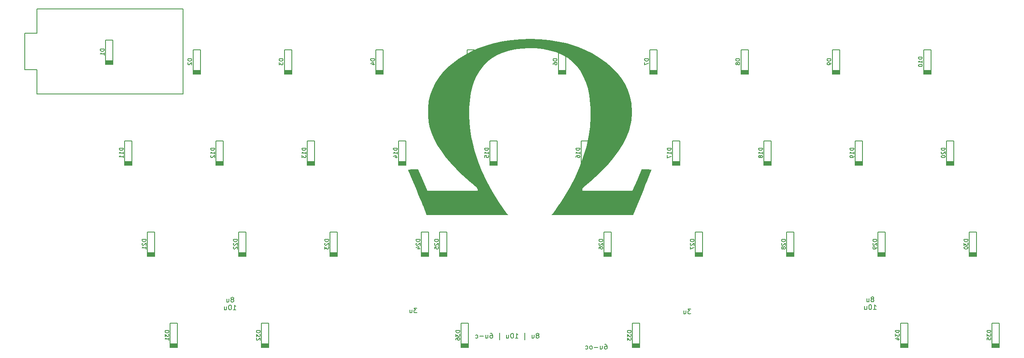
<source format=gbr>
G04 #@! TF.GenerationSoftware,KiCad,Pcbnew,(6.0.1-0)*
G04 #@! TF.CreationDate,2022-08-08T23:03:23-07:00*
G04 #@! TF.ProjectId,omega_4_solder,6f6d6567-615f-4345-9f73-6f6c6465722e,rev?*
G04 #@! TF.SameCoordinates,Original*
G04 #@! TF.FileFunction,Legend,Bot*
G04 #@! TF.FilePolarity,Positive*
%FSLAX46Y46*%
G04 Gerber Fmt 4.6, Leading zero omitted, Abs format (unit mm)*
G04 Created by KiCad (PCBNEW (6.0.1-0)) date 2022-08-08 23:03:23*
%MOMM*%
%LPD*%
G01*
G04 APERTURE LIST*
%ADD10C,0.150000*%
G04 APERTURE END LIST*
D10*
X225527619Y-117325952D02*
X225622857Y-117278333D01*
X225670476Y-117230714D01*
X225718095Y-117135476D01*
X225718095Y-117087857D01*
X225670476Y-116992619D01*
X225622857Y-116945000D01*
X225527619Y-116897380D01*
X225337142Y-116897380D01*
X225241904Y-116945000D01*
X225194285Y-116992619D01*
X225146666Y-117087857D01*
X225146666Y-117135476D01*
X225194285Y-117230714D01*
X225241904Y-117278333D01*
X225337142Y-117325952D01*
X225527619Y-117325952D01*
X225622857Y-117373571D01*
X225670476Y-117421190D01*
X225718095Y-117516428D01*
X225718095Y-117706904D01*
X225670476Y-117802142D01*
X225622857Y-117849761D01*
X225527619Y-117897380D01*
X225337142Y-117897380D01*
X225241904Y-117849761D01*
X225194285Y-117802142D01*
X225146666Y-117706904D01*
X225146666Y-117516428D01*
X225194285Y-117421190D01*
X225241904Y-117373571D01*
X225337142Y-117325952D01*
X224289523Y-117230714D02*
X224289523Y-117897380D01*
X224718095Y-117230714D02*
X224718095Y-117754523D01*
X224670476Y-117849761D01*
X224575238Y-117897380D01*
X224432380Y-117897380D01*
X224337142Y-117849761D01*
X224289523Y-117802142D01*
X225622857Y-119507380D02*
X226194285Y-119507380D01*
X225908571Y-119507380D02*
X225908571Y-118507380D01*
X226003809Y-118650238D01*
X226099047Y-118745476D01*
X226194285Y-118793095D01*
X225003809Y-118507380D02*
X224908571Y-118507380D01*
X224813333Y-118555000D01*
X224765714Y-118602619D01*
X224718095Y-118697857D01*
X224670476Y-118888333D01*
X224670476Y-119126428D01*
X224718095Y-119316904D01*
X224765714Y-119412142D01*
X224813333Y-119459761D01*
X224908571Y-119507380D01*
X225003809Y-119507380D01*
X225099047Y-119459761D01*
X225146666Y-119412142D01*
X225194285Y-119316904D01*
X225241904Y-119126428D01*
X225241904Y-118888333D01*
X225194285Y-118697857D01*
X225146666Y-118602619D01*
X225099047Y-118555000D01*
X225003809Y-118507380D01*
X223813333Y-118840714D02*
X223813333Y-119507380D01*
X224241904Y-118840714D02*
X224241904Y-119364523D01*
X224194285Y-119459761D01*
X224099047Y-119507380D01*
X223956190Y-119507380D01*
X223860952Y-119459761D01*
X223813333Y-119412142D01*
X155644761Y-124920952D02*
X155740000Y-124873333D01*
X155787619Y-124825714D01*
X155835238Y-124730476D01*
X155835238Y-124682857D01*
X155787619Y-124587619D01*
X155740000Y-124540000D01*
X155644761Y-124492380D01*
X155454285Y-124492380D01*
X155359047Y-124540000D01*
X155311428Y-124587619D01*
X155263809Y-124682857D01*
X155263809Y-124730476D01*
X155311428Y-124825714D01*
X155359047Y-124873333D01*
X155454285Y-124920952D01*
X155644761Y-124920952D01*
X155740000Y-124968571D01*
X155787619Y-125016190D01*
X155835238Y-125111428D01*
X155835238Y-125301904D01*
X155787619Y-125397142D01*
X155740000Y-125444761D01*
X155644761Y-125492380D01*
X155454285Y-125492380D01*
X155359047Y-125444761D01*
X155311428Y-125397142D01*
X155263809Y-125301904D01*
X155263809Y-125111428D01*
X155311428Y-125016190D01*
X155359047Y-124968571D01*
X155454285Y-124920952D01*
X154406666Y-124825714D02*
X154406666Y-125492380D01*
X154835238Y-124825714D02*
X154835238Y-125349523D01*
X154787619Y-125444761D01*
X154692380Y-125492380D01*
X154549523Y-125492380D01*
X154454285Y-125444761D01*
X154406666Y-125397142D01*
X152930476Y-125825714D02*
X152930476Y-124397142D01*
X150930476Y-125492380D02*
X151501904Y-125492380D01*
X151216190Y-125492380D02*
X151216190Y-124492380D01*
X151311428Y-124635238D01*
X151406666Y-124730476D01*
X151501904Y-124778095D01*
X150311428Y-124492380D02*
X150216190Y-124492380D01*
X150120952Y-124540000D01*
X150073333Y-124587619D01*
X150025714Y-124682857D01*
X149978095Y-124873333D01*
X149978095Y-125111428D01*
X150025714Y-125301904D01*
X150073333Y-125397142D01*
X150120952Y-125444761D01*
X150216190Y-125492380D01*
X150311428Y-125492380D01*
X150406666Y-125444761D01*
X150454285Y-125397142D01*
X150501904Y-125301904D01*
X150549523Y-125111428D01*
X150549523Y-124873333D01*
X150501904Y-124682857D01*
X150454285Y-124587619D01*
X150406666Y-124540000D01*
X150311428Y-124492380D01*
X149120952Y-124825714D02*
X149120952Y-125492380D01*
X149549523Y-124825714D02*
X149549523Y-125349523D01*
X149501904Y-125444761D01*
X149406666Y-125492380D01*
X149263809Y-125492380D01*
X149168571Y-125444761D01*
X149120952Y-125397142D01*
X147644761Y-125825714D02*
X147644761Y-124397142D01*
X145740000Y-124492380D02*
X145930476Y-124492380D01*
X146025714Y-124540000D01*
X146073333Y-124587619D01*
X146168571Y-124730476D01*
X146216190Y-124920952D01*
X146216190Y-125301904D01*
X146168571Y-125397142D01*
X146120952Y-125444761D01*
X146025714Y-125492380D01*
X145835238Y-125492380D01*
X145740000Y-125444761D01*
X145692380Y-125397142D01*
X145644761Y-125301904D01*
X145644761Y-125063809D01*
X145692380Y-124968571D01*
X145740000Y-124920952D01*
X145835238Y-124873333D01*
X146025714Y-124873333D01*
X146120952Y-124920952D01*
X146168571Y-124968571D01*
X146216190Y-125063809D01*
X144787619Y-124825714D02*
X144787619Y-125492380D01*
X145216190Y-124825714D02*
X145216190Y-125349523D01*
X145168571Y-125444761D01*
X145073333Y-125492380D01*
X144930476Y-125492380D01*
X144835238Y-125444761D01*
X144787619Y-125397142D01*
X144311428Y-125111428D02*
X143549523Y-125111428D01*
X142644761Y-125444761D02*
X142740000Y-125492380D01*
X142930476Y-125492380D01*
X143025714Y-125444761D01*
X143073333Y-125397142D01*
X143120952Y-125301904D01*
X143120952Y-125016190D01*
X143073333Y-124920952D01*
X143025714Y-124873333D01*
X142930476Y-124825714D01*
X142740000Y-124825714D01*
X142644761Y-124873333D01*
X169591904Y-126792380D02*
X169782380Y-126792380D01*
X169877619Y-126840000D01*
X169925238Y-126887619D01*
X170020476Y-127030476D01*
X170068095Y-127220952D01*
X170068095Y-127601904D01*
X170020476Y-127697142D01*
X169972857Y-127744761D01*
X169877619Y-127792380D01*
X169687142Y-127792380D01*
X169591904Y-127744761D01*
X169544285Y-127697142D01*
X169496666Y-127601904D01*
X169496666Y-127363809D01*
X169544285Y-127268571D01*
X169591904Y-127220952D01*
X169687142Y-127173333D01*
X169877619Y-127173333D01*
X169972857Y-127220952D01*
X170020476Y-127268571D01*
X170068095Y-127363809D01*
X168639523Y-127125714D02*
X168639523Y-127792380D01*
X169068095Y-127125714D02*
X169068095Y-127649523D01*
X169020476Y-127744761D01*
X168925238Y-127792380D01*
X168782380Y-127792380D01*
X168687142Y-127744761D01*
X168639523Y-127697142D01*
X168163333Y-127411428D02*
X167401428Y-127411428D01*
X166782380Y-127792380D02*
X166877619Y-127744761D01*
X166925238Y-127697142D01*
X166972857Y-127601904D01*
X166972857Y-127316190D01*
X166925238Y-127220952D01*
X166877619Y-127173333D01*
X166782380Y-127125714D01*
X166639523Y-127125714D01*
X166544285Y-127173333D01*
X166496666Y-127220952D01*
X166449047Y-127316190D01*
X166449047Y-127601904D01*
X166496666Y-127697142D01*
X166544285Y-127744761D01*
X166639523Y-127792380D01*
X166782380Y-127792380D01*
X165591904Y-127744761D02*
X165687142Y-127792380D01*
X165877619Y-127792380D01*
X165972857Y-127744761D01*
X166020476Y-127697142D01*
X166068095Y-127601904D01*
X166068095Y-127316190D01*
X166020476Y-127220952D01*
X165972857Y-127173333D01*
X165877619Y-127125714D01*
X165687142Y-127125714D01*
X165591904Y-127173333D01*
X130405714Y-119202380D02*
X129786666Y-119202380D01*
X130120000Y-119583333D01*
X129977142Y-119583333D01*
X129881904Y-119630952D01*
X129834285Y-119678571D01*
X129786666Y-119773809D01*
X129786666Y-120011904D01*
X129834285Y-120107142D01*
X129881904Y-120154761D01*
X129977142Y-120202380D01*
X130262857Y-120202380D01*
X130358095Y-120154761D01*
X130405714Y-120107142D01*
X128929523Y-119535714D02*
X128929523Y-120202380D01*
X129358095Y-119535714D02*
X129358095Y-120059523D01*
X129310476Y-120154761D01*
X129215238Y-120202380D01*
X129072380Y-120202380D01*
X128977142Y-120154761D01*
X128929523Y-120107142D01*
X187535714Y-119402380D02*
X186916666Y-119402380D01*
X187250000Y-119783333D01*
X187107142Y-119783333D01*
X187011904Y-119830952D01*
X186964285Y-119878571D01*
X186916666Y-119973809D01*
X186916666Y-120211904D01*
X186964285Y-120307142D01*
X187011904Y-120354761D01*
X187107142Y-120402380D01*
X187392857Y-120402380D01*
X187488095Y-120354761D01*
X187535714Y-120307142D01*
X186059523Y-119735714D02*
X186059523Y-120402380D01*
X186488095Y-119735714D02*
X186488095Y-120259523D01*
X186440476Y-120354761D01*
X186345238Y-120402380D01*
X186202380Y-120402380D01*
X186107142Y-120354761D01*
X186059523Y-120307142D01*
X91987619Y-117385952D02*
X92082857Y-117338333D01*
X92130476Y-117290714D01*
X92178095Y-117195476D01*
X92178095Y-117147857D01*
X92130476Y-117052619D01*
X92082857Y-117005000D01*
X91987619Y-116957380D01*
X91797142Y-116957380D01*
X91701904Y-117005000D01*
X91654285Y-117052619D01*
X91606666Y-117147857D01*
X91606666Y-117195476D01*
X91654285Y-117290714D01*
X91701904Y-117338333D01*
X91797142Y-117385952D01*
X91987619Y-117385952D01*
X92082857Y-117433571D01*
X92130476Y-117481190D01*
X92178095Y-117576428D01*
X92178095Y-117766904D01*
X92130476Y-117862142D01*
X92082857Y-117909761D01*
X91987619Y-117957380D01*
X91797142Y-117957380D01*
X91701904Y-117909761D01*
X91654285Y-117862142D01*
X91606666Y-117766904D01*
X91606666Y-117576428D01*
X91654285Y-117481190D01*
X91701904Y-117433571D01*
X91797142Y-117385952D01*
X90749523Y-117290714D02*
X90749523Y-117957380D01*
X91178095Y-117290714D02*
X91178095Y-117814523D01*
X91130476Y-117909761D01*
X91035238Y-117957380D01*
X90892380Y-117957380D01*
X90797142Y-117909761D01*
X90749523Y-117862142D01*
X92082857Y-119567380D02*
X92654285Y-119567380D01*
X92368571Y-119567380D02*
X92368571Y-118567380D01*
X92463809Y-118710238D01*
X92559047Y-118805476D01*
X92654285Y-118853095D01*
X91463809Y-118567380D02*
X91368571Y-118567380D01*
X91273333Y-118615000D01*
X91225714Y-118662619D01*
X91178095Y-118757857D01*
X91130476Y-118948333D01*
X91130476Y-119186428D01*
X91178095Y-119376904D01*
X91225714Y-119472142D01*
X91273333Y-119519761D01*
X91368571Y-119567380D01*
X91463809Y-119567380D01*
X91559047Y-119519761D01*
X91606666Y-119472142D01*
X91654285Y-119376904D01*
X91701904Y-119186428D01*
X91701904Y-118948333D01*
X91654285Y-118757857D01*
X91606666Y-118662619D01*
X91559047Y-118615000D01*
X91463809Y-118567380D01*
X90273333Y-118900714D02*
X90273333Y-119567380D01*
X90701904Y-118900714D02*
X90701904Y-119424523D01*
X90654285Y-119519761D01*
X90559047Y-119567380D01*
X90416190Y-119567380D01*
X90320952Y-119519761D01*
X90273333Y-119472142D01*
X65161904Y-65084123D02*
X64361904Y-65084123D01*
X64361904Y-65274600D01*
X64400000Y-65388885D01*
X64476190Y-65465076D01*
X64552380Y-65503171D01*
X64704761Y-65541266D01*
X64819047Y-65541266D01*
X64971428Y-65503171D01*
X65047619Y-65465076D01*
X65123809Y-65388885D01*
X65161904Y-65274600D01*
X65161904Y-65084123D01*
X65161904Y-66303171D02*
X65161904Y-65846028D01*
X65161904Y-66074600D02*
X64361904Y-66074600D01*
X64476190Y-65998409D01*
X64552380Y-65922219D01*
X64590476Y-65846028D01*
X83436904Y-67109123D02*
X82636904Y-67109123D01*
X82636904Y-67299600D01*
X82675000Y-67413885D01*
X82751190Y-67490076D01*
X82827380Y-67528171D01*
X82979761Y-67566266D01*
X83094047Y-67566266D01*
X83246428Y-67528171D01*
X83322619Y-67490076D01*
X83398809Y-67413885D01*
X83436904Y-67299600D01*
X83436904Y-67109123D01*
X82713095Y-67871028D02*
X82675000Y-67909123D01*
X82636904Y-67985314D01*
X82636904Y-68175790D01*
X82675000Y-68251980D01*
X82713095Y-68290076D01*
X82789285Y-68328171D01*
X82865476Y-68328171D01*
X82979761Y-68290076D01*
X83436904Y-67832933D01*
X83436904Y-68328171D01*
X102486904Y-67109123D02*
X101686904Y-67109123D01*
X101686904Y-67299600D01*
X101725000Y-67413885D01*
X101801190Y-67490076D01*
X101877380Y-67528171D01*
X102029761Y-67566266D01*
X102144047Y-67566266D01*
X102296428Y-67528171D01*
X102372619Y-67490076D01*
X102448809Y-67413885D01*
X102486904Y-67299600D01*
X102486904Y-67109123D01*
X101686904Y-67832933D02*
X101686904Y-68328171D01*
X101991666Y-68061504D01*
X101991666Y-68175790D01*
X102029761Y-68251980D01*
X102067857Y-68290076D01*
X102144047Y-68328171D01*
X102334523Y-68328171D01*
X102410714Y-68290076D01*
X102448809Y-68251980D01*
X102486904Y-68175790D01*
X102486904Y-67947219D01*
X102448809Y-67871028D01*
X102410714Y-67832933D01*
X121561904Y-67109123D02*
X120761904Y-67109123D01*
X120761904Y-67299600D01*
X120800000Y-67413885D01*
X120876190Y-67490076D01*
X120952380Y-67528171D01*
X121104761Y-67566266D01*
X121219047Y-67566266D01*
X121371428Y-67528171D01*
X121447619Y-67490076D01*
X121523809Y-67413885D01*
X121561904Y-67299600D01*
X121561904Y-67109123D01*
X121028571Y-68251980D02*
X121561904Y-68251980D01*
X120723809Y-68061504D02*
X121295238Y-67871028D01*
X121295238Y-68366266D01*
X140586904Y-67109123D02*
X139786904Y-67109123D01*
X139786904Y-67299600D01*
X139825000Y-67413885D01*
X139901190Y-67490076D01*
X139977380Y-67528171D01*
X140129761Y-67566266D01*
X140244047Y-67566266D01*
X140396428Y-67528171D01*
X140472619Y-67490076D01*
X140548809Y-67413885D01*
X140586904Y-67299600D01*
X140586904Y-67109123D01*
X139786904Y-68290076D02*
X139786904Y-67909123D01*
X140167857Y-67871028D01*
X140129761Y-67909123D01*
X140091666Y-67985314D01*
X140091666Y-68175790D01*
X140129761Y-68251980D01*
X140167857Y-68290076D01*
X140244047Y-68328171D01*
X140434523Y-68328171D01*
X140510714Y-68290076D01*
X140548809Y-68251980D01*
X140586904Y-68175790D01*
X140586904Y-67985314D01*
X140548809Y-67909123D01*
X140510714Y-67871028D01*
X178711904Y-67109123D02*
X177911904Y-67109123D01*
X177911904Y-67299600D01*
X177950000Y-67413885D01*
X178026190Y-67490076D01*
X178102380Y-67528171D01*
X178254761Y-67566266D01*
X178369047Y-67566266D01*
X178521428Y-67528171D01*
X178597619Y-67490076D01*
X178673809Y-67413885D01*
X178711904Y-67299600D01*
X178711904Y-67109123D01*
X177911904Y-67832933D02*
X177911904Y-68366266D01*
X178711904Y-68023409D01*
X197736904Y-67109123D02*
X196936904Y-67109123D01*
X196936904Y-67299600D01*
X196975000Y-67413885D01*
X197051190Y-67490076D01*
X197127380Y-67528171D01*
X197279761Y-67566266D01*
X197394047Y-67566266D01*
X197546428Y-67528171D01*
X197622619Y-67490076D01*
X197698809Y-67413885D01*
X197736904Y-67299600D01*
X197736904Y-67109123D01*
X197279761Y-68023409D02*
X197241666Y-67947219D01*
X197203571Y-67909123D01*
X197127380Y-67871028D01*
X197089285Y-67871028D01*
X197013095Y-67909123D01*
X196975000Y-67947219D01*
X196936904Y-68023409D01*
X196936904Y-68175790D01*
X196975000Y-68251980D01*
X197013095Y-68290076D01*
X197089285Y-68328171D01*
X197127380Y-68328171D01*
X197203571Y-68290076D01*
X197241666Y-68251980D01*
X197279761Y-68175790D01*
X197279761Y-68023409D01*
X197317857Y-67947219D01*
X197355952Y-67909123D01*
X197432142Y-67871028D01*
X197584523Y-67871028D01*
X197660714Y-67909123D01*
X197698809Y-67947219D01*
X197736904Y-68023409D01*
X197736904Y-68175790D01*
X197698809Y-68251980D01*
X197660714Y-68290076D01*
X197584523Y-68328171D01*
X197432142Y-68328171D01*
X197355952Y-68290076D01*
X197317857Y-68251980D01*
X197279761Y-68175790D01*
X216786904Y-67109123D02*
X215986904Y-67109123D01*
X215986904Y-67299600D01*
X216025000Y-67413885D01*
X216101190Y-67490076D01*
X216177380Y-67528171D01*
X216329761Y-67566266D01*
X216444047Y-67566266D01*
X216596428Y-67528171D01*
X216672619Y-67490076D01*
X216748809Y-67413885D01*
X216786904Y-67299600D01*
X216786904Y-67109123D01*
X216786904Y-67947219D02*
X216786904Y-68099600D01*
X216748809Y-68175790D01*
X216710714Y-68213885D01*
X216596428Y-68290076D01*
X216444047Y-68328171D01*
X216139285Y-68328171D01*
X216063095Y-68290076D01*
X216025000Y-68251980D01*
X215986904Y-68175790D01*
X215986904Y-68023409D01*
X216025000Y-67947219D01*
X216063095Y-67909123D01*
X216139285Y-67871028D01*
X216329761Y-67871028D01*
X216405952Y-67909123D01*
X216444047Y-67947219D01*
X216482142Y-68023409D01*
X216482142Y-68175790D01*
X216444047Y-68251980D01*
X216405952Y-68290076D01*
X216329761Y-68328171D01*
X235836904Y-66728171D02*
X235036904Y-66728171D01*
X235036904Y-66918647D01*
X235075000Y-67032933D01*
X235151190Y-67109123D01*
X235227380Y-67147219D01*
X235379761Y-67185314D01*
X235494047Y-67185314D01*
X235646428Y-67147219D01*
X235722619Y-67109123D01*
X235798809Y-67032933D01*
X235836904Y-66918647D01*
X235836904Y-66728171D01*
X235836904Y-67947219D02*
X235836904Y-67490076D01*
X235836904Y-67718647D02*
X235036904Y-67718647D01*
X235151190Y-67642457D01*
X235227380Y-67566266D01*
X235265476Y-67490076D01*
X235036904Y-68442457D02*
X235036904Y-68518647D01*
X235075000Y-68594838D01*
X235113095Y-68632933D01*
X235189285Y-68671028D01*
X235341666Y-68709123D01*
X235532142Y-68709123D01*
X235684523Y-68671028D01*
X235760714Y-68632933D01*
X235798809Y-68594838D01*
X235836904Y-68518647D01*
X235836904Y-68442457D01*
X235798809Y-68366266D01*
X235760714Y-68328171D01*
X235684523Y-68290076D01*
X235532142Y-68251980D01*
X235341666Y-68251980D01*
X235189285Y-68290076D01*
X235113095Y-68328171D01*
X235075000Y-68366266D01*
X235036904Y-68442457D01*
X69136904Y-85778171D02*
X68336904Y-85778171D01*
X68336904Y-85968647D01*
X68375000Y-86082933D01*
X68451190Y-86159123D01*
X68527380Y-86197219D01*
X68679761Y-86235314D01*
X68794047Y-86235314D01*
X68946428Y-86197219D01*
X69022619Y-86159123D01*
X69098809Y-86082933D01*
X69136904Y-85968647D01*
X69136904Y-85778171D01*
X69136904Y-86997219D02*
X69136904Y-86540076D01*
X69136904Y-86768647D02*
X68336904Y-86768647D01*
X68451190Y-86692457D01*
X68527380Y-86616266D01*
X68565476Y-86540076D01*
X69136904Y-87759123D02*
X69136904Y-87301980D01*
X69136904Y-87530552D02*
X68336904Y-87530552D01*
X68451190Y-87454361D01*
X68527380Y-87378171D01*
X68565476Y-87301980D01*
X88186904Y-85778171D02*
X87386904Y-85778171D01*
X87386904Y-85968647D01*
X87425000Y-86082933D01*
X87501190Y-86159123D01*
X87577380Y-86197219D01*
X87729761Y-86235314D01*
X87844047Y-86235314D01*
X87996428Y-86197219D01*
X88072619Y-86159123D01*
X88148809Y-86082933D01*
X88186904Y-85968647D01*
X88186904Y-85778171D01*
X88186904Y-86997219D02*
X88186904Y-86540076D01*
X88186904Y-86768647D02*
X87386904Y-86768647D01*
X87501190Y-86692457D01*
X87577380Y-86616266D01*
X87615476Y-86540076D01*
X87463095Y-87301980D02*
X87425000Y-87340076D01*
X87386904Y-87416266D01*
X87386904Y-87606742D01*
X87425000Y-87682933D01*
X87463095Y-87721028D01*
X87539285Y-87759123D01*
X87615476Y-87759123D01*
X87729761Y-87721028D01*
X88186904Y-87263885D01*
X88186904Y-87759123D01*
X107236904Y-85778171D02*
X106436904Y-85778171D01*
X106436904Y-85968647D01*
X106475000Y-86082933D01*
X106551190Y-86159123D01*
X106627380Y-86197219D01*
X106779761Y-86235314D01*
X106894047Y-86235314D01*
X107046428Y-86197219D01*
X107122619Y-86159123D01*
X107198809Y-86082933D01*
X107236904Y-85968647D01*
X107236904Y-85778171D01*
X107236904Y-86997219D02*
X107236904Y-86540076D01*
X107236904Y-86768647D02*
X106436904Y-86768647D01*
X106551190Y-86692457D01*
X106627380Y-86616266D01*
X106665476Y-86540076D01*
X106436904Y-87263885D02*
X106436904Y-87759123D01*
X106741666Y-87492457D01*
X106741666Y-87606742D01*
X106779761Y-87682933D01*
X106817857Y-87721028D01*
X106894047Y-87759123D01*
X107084523Y-87759123D01*
X107160714Y-87721028D01*
X107198809Y-87682933D01*
X107236904Y-87606742D01*
X107236904Y-87378171D01*
X107198809Y-87301980D01*
X107160714Y-87263885D01*
X126311904Y-85778171D02*
X125511904Y-85778171D01*
X125511904Y-85968647D01*
X125550000Y-86082933D01*
X125626190Y-86159123D01*
X125702380Y-86197219D01*
X125854761Y-86235314D01*
X125969047Y-86235314D01*
X126121428Y-86197219D01*
X126197619Y-86159123D01*
X126273809Y-86082933D01*
X126311904Y-85968647D01*
X126311904Y-85778171D01*
X126311904Y-86997219D02*
X126311904Y-86540076D01*
X126311904Y-86768647D02*
X125511904Y-86768647D01*
X125626190Y-86692457D01*
X125702380Y-86616266D01*
X125740476Y-86540076D01*
X125778571Y-87682933D02*
X126311904Y-87682933D01*
X125473809Y-87492457D02*
X126045238Y-87301980D01*
X126045238Y-87797219D01*
X145336904Y-85778171D02*
X144536904Y-85778171D01*
X144536904Y-85968647D01*
X144575000Y-86082933D01*
X144651190Y-86159123D01*
X144727380Y-86197219D01*
X144879761Y-86235314D01*
X144994047Y-86235314D01*
X145146428Y-86197219D01*
X145222619Y-86159123D01*
X145298809Y-86082933D01*
X145336904Y-85968647D01*
X145336904Y-85778171D01*
X145336904Y-86997219D02*
X145336904Y-86540076D01*
X145336904Y-86768647D02*
X144536904Y-86768647D01*
X144651190Y-86692457D01*
X144727380Y-86616266D01*
X144765476Y-86540076D01*
X144536904Y-87721028D02*
X144536904Y-87340076D01*
X144917857Y-87301980D01*
X144879761Y-87340076D01*
X144841666Y-87416266D01*
X144841666Y-87606742D01*
X144879761Y-87682933D01*
X144917857Y-87721028D01*
X144994047Y-87759123D01*
X145184523Y-87759123D01*
X145260714Y-87721028D01*
X145298809Y-87682933D01*
X145336904Y-87606742D01*
X145336904Y-87416266D01*
X145298809Y-87340076D01*
X145260714Y-87301980D01*
X164386904Y-85778171D02*
X163586904Y-85778171D01*
X163586904Y-85968647D01*
X163625000Y-86082933D01*
X163701190Y-86159123D01*
X163777380Y-86197219D01*
X163929761Y-86235314D01*
X164044047Y-86235314D01*
X164196428Y-86197219D01*
X164272619Y-86159123D01*
X164348809Y-86082933D01*
X164386904Y-85968647D01*
X164386904Y-85778171D01*
X164386904Y-86997219D02*
X164386904Y-86540076D01*
X164386904Y-86768647D02*
X163586904Y-86768647D01*
X163701190Y-86692457D01*
X163777380Y-86616266D01*
X163815476Y-86540076D01*
X163586904Y-87682933D02*
X163586904Y-87530552D01*
X163625000Y-87454361D01*
X163663095Y-87416266D01*
X163777380Y-87340076D01*
X163929761Y-87301980D01*
X164234523Y-87301980D01*
X164310714Y-87340076D01*
X164348809Y-87378171D01*
X164386904Y-87454361D01*
X164386904Y-87606742D01*
X164348809Y-87682933D01*
X164310714Y-87721028D01*
X164234523Y-87759123D01*
X164044047Y-87759123D01*
X163967857Y-87721028D01*
X163929761Y-87682933D01*
X163891666Y-87606742D01*
X163891666Y-87454361D01*
X163929761Y-87378171D01*
X163967857Y-87340076D01*
X164044047Y-87301980D01*
X183436904Y-85778171D02*
X182636904Y-85778171D01*
X182636904Y-85968647D01*
X182675000Y-86082933D01*
X182751190Y-86159123D01*
X182827380Y-86197219D01*
X182979761Y-86235314D01*
X183094047Y-86235314D01*
X183246428Y-86197219D01*
X183322619Y-86159123D01*
X183398809Y-86082933D01*
X183436904Y-85968647D01*
X183436904Y-85778171D01*
X183436904Y-86997219D02*
X183436904Y-86540076D01*
X183436904Y-86768647D02*
X182636904Y-86768647D01*
X182751190Y-86692457D01*
X182827380Y-86616266D01*
X182865476Y-86540076D01*
X182636904Y-87263885D02*
X182636904Y-87797219D01*
X183436904Y-87454361D01*
X202486904Y-85778171D02*
X201686904Y-85778171D01*
X201686904Y-85968647D01*
X201725000Y-86082933D01*
X201801190Y-86159123D01*
X201877380Y-86197219D01*
X202029761Y-86235314D01*
X202144047Y-86235314D01*
X202296428Y-86197219D01*
X202372619Y-86159123D01*
X202448809Y-86082933D01*
X202486904Y-85968647D01*
X202486904Y-85778171D01*
X202486904Y-86997219D02*
X202486904Y-86540076D01*
X202486904Y-86768647D02*
X201686904Y-86768647D01*
X201801190Y-86692457D01*
X201877380Y-86616266D01*
X201915476Y-86540076D01*
X202029761Y-87454361D02*
X201991666Y-87378171D01*
X201953571Y-87340076D01*
X201877380Y-87301980D01*
X201839285Y-87301980D01*
X201763095Y-87340076D01*
X201725000Y-87378171D01*
X201686904Y-87454361D01*
X201686904Y-87606742D01*
X201725000Y-87682933D01*
X201763095Y-87721028D01*
X201839285Y-87759123D01*
X201877380Y-87759123D01*
X201953571Y-87721028D01*
X201991666Y-87682933D01*
X202029761Y-87606742D01*
X202029761Y-87454361D01*
X202067857Y-87378171D01*
X202105952Y-87340076D01*
X202182142Y-87301980D01*
X202334523Y-87301980D01*
X202410714Y-87340076D01*
X202448809Y-87378171D01*
X202486904Y-87454361D01*
X202486904Y-87606742D01*
X202448809Y-87682933D01*
X202410714Y-87721028D01*
X202334523Y-87759123D01*
X202182142Y-87759123D01*
X202105952Y-87721028D01*
X202067857Y-87682933D01*
X202029761Y-87606742D01*
X221536904Y-85778171D02*
X220736904Y-85778171D01*
X220736904Y-85968647D01*
X220775000Y-86082933D01*
X220851190Y-86159123D01*
X220927380Y-86197219D01*
X221079761Y-86235314D01*
X221194047Y-86235314D01*
X221346428Y-86197219D01*
X221422619Y-86159123D01*
X221498809Y-86082933D01*
X221536904Y-85968647D01*
X221536904Y-85778171D01*
X221536904Y-86997219D02*
X221536904Y-86540076D01*
X221536904Y-86768647D02*
X220736904Y-86768647D01*
X220851190Y-86692457D01*
X220927380Y-86616266D01*
X220965476Y-86540076D01*
X221536904Y-87378171D02*
X221536904Y-87530552D01*
X221498809Y-87606742D01*
X221460714Y-87644838D01*
X221346428Y-87721028D01*
X221194047Y-87759123D01*
X220889285Y-87759123D01*
X220813095Y-87721028D01*
X220775000Y-87682933D01*
X220736904Y-87606742D01*
X220736904Y-87454361D01*
X220775000Y-87378171D01*
X220813095Y-87340076D01*
X220889285Y-87301980D01*
X221079761Y-87301980D01*
X221155952Y-87340076D01*
X221194047Y-87378171D01*
X221232142Y-87454361D01*
X221232142Y-87606742D01*
X221194047Y-87682933D01*
X221155952Y-87721028D01*
X221079761Y-87759123D01*
X240586904Y-85778171D02*
X239786904Y-85778171D01*
X239786904Y-85968647D01*
X239825000Y-86082933D01*
X239901190Y-86159123D01*
X239977380Y-86197219D01*
X240129761Y-86235314D01*
X240244047Y-86235314D01*
X240396428Y-86197219D01*
X240472619Y-86159123D01*
X240548809Y-86082933D01*
X240586904Y-85968647D01*
X240586904Y-85778171D01*
X239863095Y-86540076D02*
X239825000Y-86578171D01*
X239786904Y-86654361D01*
X239786904Y-86844838D01*
X239825000Y-86921028D01*
X239863095Y-86959123D01*
X239939285Y-86997219D01*
X240015476Y-86997219D01*
X240129761Y-86959123D01*
X240586904Y-86501980D01*
X240586904Y-86997219D01*
X239786904Y-87492457D02*
X239786904Y-87568647D01*
X239825000Y-87644838D01*
X239863095Y-87682933D01*
X239939285Y-87721028D01*
X240091666Y-87759123D01*
X240282142Y-87759123D01*
X240434523Y-87721028D01*
X240510714Y-87682933D01*
X240548809Y-87644838D01*
X240586904Y-87568647D01*
X240586904Y-87492457D01*
X240548809Y-87416266D01*
X240510714Y-87378171D01*
X240434523Y-87340076D01*
X240282142Y-87301980D01*
X240091666Y-87301980D01*
X239939285Y-87340076D01*
X239863095Y-87378171D01*
X239825000Y-87416266D01*
X239786904Y-87492457D01*
X73886904Y-104853171D02*
X73086904Y-104853171D01*
X73086904Y-105043647D01*
X73125000Y-105157933D01*
X73201190Y-105234123D01*
X73277380Y-105272219D01*
X73429761Y-105310314D01*
X73544047Y-105310314D01*
X73696428Y-105272219D01*
X73772619Y-105234123D01*
X73848809Y-105157933D01*
X73886904Y-105043647D01*
X73886904Y-104853171D01*
X73163095Y-105615076D02*
X73125000Y-105653171D01*
X73086904Y-105729361D01*
X73086904Y-105919838D01*
X73125000Y-105996028D01*
X73163095Y-106034123D01*
X73239285Y-106072219D01*
X73315476Y-106072219D01*
X73429761Y-106034123D01*
X73886904Y-105576980D01*
X73886904Y-106072219D01*
X73886904Y-106834123D02*
X73886904Y-106376980D01*
X73886904Y-106605552D02*
X73086904Y-106605552D01*
X73201190Y-106529361D01*
X73277380Y-106453171D01*
X73315476Y-106376980D01*
X92936904Y-104853171D02*
X92136904Y-104853171D01*
X92136904Y-105043647D01*
X92175000Y-105157933D01*
X92251190Y-105234123D01*
X92327380Y-105272219D01*
X92479761Y-105310314D01*
X92594047Y-105310314D01*
X92746428Y-105272219D01*
X92822619Y-105234123D01*
X92898809Y-105157933D01*
X92936904Y-105043647D01*
X92936904Y-104853171D01*
X92213095Y-105615076D02*
X92175000Y-105653171D01*
X92136904Y-105729361D01*
X92136904Y-105919838D01*
X92175000Y-105996028D01*
X92213095Y-106034123D01*
X92289285Y-106072219D01*
X92365476Y-106072219D01*
X92479761Y-106034123D01*
X92936904Y-105576980D01*
X92936904Y-106072219D01*
X92213095Y-106376980D02*
X92175000Y-106415076D01*
X92136904Y-106491266D01*
X92136904Y-106681742D01*
X92175000Y-106757933D01*
X92213095Y-106796028D01*
X92289285Y-106834123D01*
X92365476Y-106834123D01*
X92479761Y-106796028D01*
X92936904Y-106338885D01*
X92936904Y-106834123D01*
X111986904Y-104853171D02*
X111186904Y-104853171D01*
X111186904Y-105043647D01*
X111225000Y-105157933D01*
X111301190Y-105234123D01*
X111377380Y-105272219D01*
X111529761Y-105310314D01*
X111644047Y-105310314D01*
X111796428Y-105272219D01*
X111872619Y-105234123D01*
X111948809Y-105157933D01*
X111986904Y-105043647D01*
X111986904Y-104853171D01*
X111263095Y-105615076D02*
X111225000Y-105653171D01*
X111186904Y-105729361D01*
X111186904Y-105919838D01*
X111225000Y-105996028D01*
X111263095Y-106034123D01*
X111339285Y-106072219D01*
X111415476Y-106072219D01*
X111529761Y-106034123D01*
X111986904Y-105576980D01*
X111986904Y-106072219D01*
X111186904Y-106338885D02*
X111186904Y-106834123D01*
X111491666Y-106567457D01*
X111491666Y-106681742D01*
X111529761Y-106757933D01*
X111567857Y-106796028D01*
X111644047Y-106834123D01*
X111834523Y-106834123D01*
X111910714Y-106796028D01*
X111948809Y-106757933D01*
X111986904Y-106681742D01*
X111986904Y-106453171D01*
X111948809Y-106376980D01*
X111910714Y-106338885D01*
X131036904Y-104853171D02*
X130236904Y-104853171D01*
X130236904Y-105043647D01*
X130275000Y-105157933D01*
X130351190Y-105234123D01*
X130427380Y-105272219D01*
X130579761Y-105310314D01*
X130694047Y-105310314D01*
X130846428Y-105272219D01*
X130922619Y-105234123D01*
X130998809Y-105157933D01*
X131036904Y-105043647D01*
X131036904Y-104853171D01*
X130313095Y-105615076D02*
X130275000Y-105653171D01*
X130236904Y-105729361D01*
X130236904Y-105919838D01*
X130275000Y-105996028D01*
X130313095Y-106034123D01*
X130389285Y-106072219D01*
X130465476Y-106072219D01*
X130579761Y-106034123D01*
X131036904Y-105576980D01*
X131036904Y-106072219D01*
X130503571Y-106757933D02*
X131036904Y-106757933D01*
X130198809Y-106567457D02*
X130770238Y-106376980D01*
X130770238Y-106872219D01*
X134870703Y-104853171D02*
X134070703Y-104853171D01*
X134070703Y-105043647D01*
X134108799Y-105157933D01*
X134184989Y-105234123D01*
X134261179Y-105272219D01*
X134413560Y-105310314D01*
X134527846Y-105310314D01*
X134680227Y-105272219D01*
X134756418Y-105234123D01*
X134832608Y-105157933D01*
X134870703Y-105043647D01*
X134870703Y-104853171D01*
X134146894Y-105615076D02*
X134108799Y-105653171D01*
X134070703Y-105729361D01*
X134070703Y-105919838D01*
X134108799Y-105996028D01*
X134146894Y-106034123D01*
X134223084Y-106072219D01*
X134299275Y-106072219D01*
X134413560Y-106034123D01*
X134870703Y-105576980D01*
X134870703Y-106072219D01*
X134070703Y-106796028D02*
X134070703Y-106415076D01*
X134451656Y-106376980D01*
X134413560Y-106415076D01*
X134375465Y-106491266D01*
X134375465Y-106681742D01*
X134413560Y-106757933D01*
X134451656Y-106796028D01*
X134527846Y-106834123D01*
X134718322Y-106834123D01*
X134794513Y-106796028D01*
X134832608Y-106757933D01*
X134870703Y-106681742D01*
X134870703Y-106491266D01*
X134832608Y-106415076D01*
X134794513Y-106376980D01*
X169161904Y-104853171D02*
X168361904Y-104853171D01*
X168361904Y-105043647D01*
X168400000Y-105157933D01*
X168476190Y-105234123D01*
X168552380Y-105272219D01*
X168704761Y-105310314D01*
X168819047Y-105310314D01*
X168971428Y-105272219D01*
X169047619Y-105234123D01*
X169123809Y-105157933D01*
X169161904Y-105043647D01*
X169161904Y-104853171D01*
X168438095Y-105615076D02*
X168400000Y-105653171D01*
X168361904Y-105729361D01*
X168361904Y-105919838D01*
X168400000Y-105996028D01*
X168438095Y-106034123D01*
X168514285Y-106072219D01*
X168590476Y-106072219D01*
X168704761Y-106034123D01*
X169161904Y-105576980D01*
X169161904Y-106072219D01*
X168361904Y-106757933D02*
X168361904Y-106605552D01*
X168400000Y-106529361D01*
X168438095Y-106491266D01*
X168552380Y-106415076D01*
X168704761Y-106376980D01*
X169009523Y-106376980D01*
X169085714Y-106415076D01*
X169123809Y-106453171D01*
X169161904Y-106529361D01*
X169161904Y-106681742D01*
X169123809Y-106757933D01*
X169085714Y-106796028D01*
X169009523Y-106834123D01*
X168819047Y-106834123D01*
X168742857Y-106796028D01*
X168704761Y-106757933D01*
X168666666Y-106681742D01*
X168666666Y-106529361D01*
X168704761Y-106453171D01*
X168742857Y-106415076D01*
X168819047Y-106376980D01*
X188211904Y-104853171D02*
X187411904Y-104853171D01*
X187411904Y-105043647D01*
X187450000Y-105157933D01*
X187526190Y-105234123D01*
X187602380Y-105272219D01*
X187754761Y-105310314D01*
X187869047Y-105310314D01*
X188021428Y-105272219D01*
X188097619Y-105234123D01*
X188173809Y-105157933D01*
X188211904Y-105043647D01*
X188211904Y-104853171D01*
X187488095Y-105615076D02*
X187450000Y-105653171D01*
X187411904Y-105729361D01*
X187411904Y-105919838D01*
X187450000Y-105996028D01*
X187488095Y-106034123D01*
X187564285Y-106072219D01*
X187640476Y-106072219D01*
X187754761Y-106034123D01*
X188211904Y-105576980D01*
X188211904Y-106072219D01*
X187411904Y-106338885D02*
X187411904Y-106872219D01*
X188211904Y-106529361D01*
X207261904Y-104853171D02*
X206461904Y-104853171D01*
X206461904Y-105043647D01*
X206500000Y-105157933D01*
X206576190Y-105234123D01*
X206652380Y-105272219D01*
X206804761Y-105310314D01*
X206919047Y-105310314D01*
X207071428Y-105272219D01*
X207147619Y-105234123D01*
X207223809Y-105157933D01*
X207261904Y-105043647D01*
X207261904Y-104853171D01*
X206538095Y-105615076D02*
X206500000Y-105653171D01*
X206461904Y-105729361D01*
X206461904Y-105919838D01*
X206500000Y-105996028D01*
X206538095Y-106034123D01*
X206614285Y-106072219D01*
X206690476Y-106072219D01*
X206804761Y-106034123D01*
X207261904Y-105576980D01*
X207261904Y-106072219D01*
X206804761Y-106529361D02*
X206766666Y-106453171D01*
X206728571Y-106415076D01*
X206652380Y-106376980D01*
X206614285Y-106376980D01*
X206538095Y-106415076D01*
X206500000Y-106453171D01*
X206461904Y-106529361D01*
X206461904Y-106681742D01*
X206500000Y-106757933D01*
X206538095Y-106796028D01*
X206614285Y-106834123D01*
X206652380Y-106834123D01*
X206728571Y-106796028D01*
X206766666Y-106757933D01*
X206804761Y-106681742D01*
X206804761Y-106529361D01*
X206842857Y-106453171D01*
X206880952Y-106415076D01*
X206957142Y-106376980D01*
X207109523Y-106376980D01*
X207185714Y-106415076D01*
X207223809Y-106453171D01*
X207261904Y-106529361D01*
X207261904Y-106681742D01*
X207223809Y-106757933D01*
X207185714Y-106796028D01*
X207109523Y-106834123D01*
X206957142Y-106834123D01*
X206880952Y-106796028D01*
X206842857Y-106757933D01*
X206804761Y-106681742D01*
X226311904Y-104853171D02*
X225511904Y-104853171D01*
X225511904Y-105043647D01*
X225550000Y-105157933D01*
X225626190Y-105234123D01*
X225702380Y-105272219D01*
X225854761Y-105310314D01*
X225969047Y-105310314D01*
X226121428Y-105272219D01*
X226197619Y-105234123D01*
X226273809Y-105157933D01*
X226311904Y-105043647D01*
X226311904Y-104853171D01*
X225588095Y-105615076D02*
X225550000Y-105653171D01*
X225511904Y-105729361D01*
X225511904Y-105919838D01*
X225550000Y-105996028D01*
X225588095Y-106034123D01*
X225664285Y-106072219D01*
X225740476Y-106072219D01*
X225854761Y-106034123D01*
X226311904Y-105576980D01*
X226311904Y-106072219D01*
X226311904Y-106453171D02*
X226311904Y-106605552D01*
X226273809Y-106681742D01*
X226235714Y-106719838D01*
X226121428Y-106796028D01*
X225969047Y-106834123D01*
X225664285Y-106834123D01*
X225588095Y-106796028D01*
X225550000Y-106757933D01*
X225511904Y-106681742D01*
X225511904Y-106529361D01*
X225550000Y-106453171D01*
X225588095Y-106415076D01*
X225664285Y-106376980D01*
X225854761Y-106376980D01*
X225930952Y-106415076D01*
X225969047Y-106453171D01*
X226007142Y-106529361D01*
X226007142Y-106681742D01*
X225969047Y-106757933D01*
X225930952Y-106796028D01*
X225854761Y-106834123D01*
X245336904Y-104853171D02*
X244536904Y-104853171D01*
X244536904Y-105043647D01*
X244575000Y-105157933D01*
X244651190Y-105234123D01*
X244727380Y-105272219D01*
X244879761Y-105310314D01*
X244994047Y-105310314D01*
X245146428Y-105272219D01*
X245222619Y-105234123D01*
X245298809Y-105157933D01*
X245336904Y-105043647D01*
X245336904Y-104853171D01*
X244536904Y-105576980D02*
X244536904Y-106072219D01*
X244841666Y-105805552D01*
X244841666Y-105919838D01*
X244879761Y-105996028D01*
X244917857Y-106034123D01*
X244994047Y-106072219D01*
X245184523Y-106072219D01*
X245260714Y-106034123D01*
X245298809Y-105996028D01*
X245336904Y-105919838D01*
X245336904Y-105691266D01*
X245298809Y-105615076D01*
X245260714Y-105576980D01*
X244536904Y-106567457D02*
X244536904Y-106643647D01*
X244575000Y-106719838D01*
X244613095Y-106757933D01*
X244689285Y-106796028D01*
X244841666Y-106834123D01*
X245032142Y-106834123D01*
X245184523Y-106796028D01*
X245260714Y-106757933D01*
X245298809Y-106719838D01*
X245336904Y-106643647D01*
X245336904Y-106567457D01*
X245298809Y-106491266D01*
X245260714Y-106453171D01*
X245184523Y-106415076D01*
X245032142Y-106376980D01*
X244841666Y-106376980D01*
X244689285Y-106415076D01*
X244613095Y-106453171D01*
X244575000Y-106491266D01*
X244536904Y-106567457D01*
X78661904Y-123903171D02*
X77861904Y-123903171D01*
X77861904Y-124093647D01*
X77900000Y-124207933D01*
X77976190Y-124284123D01*
X78052380Y-124322219D01*
X78204761Y-124360314D01*
X78319047Y-124360314D01*
X78471428Y-124322219D01*
X78547619Y-124284123D01*
X78623809Y-124207933D01*
X78661904Y-124093647D01*
X78661904Y-123903171D01*
X77861904Y-124626980D02*
X77861904Y-125122219D01*
X78166666Y-124855552D01*
X78166666Y-124969838D01*
X78204761Y-125046028D01*
X78242857Y-125084123D01*
X78319047Y-125122219D01*
X78509523Y-125122219D01*
X78585714Y-125084123D01*
X78623809Y-125046028D01*
X78661904Y-124969838D01*
X78661904Y-124741266D01*
X78623809Y-124665076D01*
X78585714Y-124626980D01*
X78661904Y-125884123D02*
X78661904Y-125426980D01*
X78661904Y-125655552D02*
X77861904Y-125655552D01*
X77976190Y-125579361D01*
X78052380Y-125503171D01*
X78090476Y-125426980D01*
X97711904Y-123903171D02*
X96911904Y-123903171D01*
X96911904Y-124093647D01*
X96950000Y-124207933D01*
X97026190Y-124284123D01*
X97102380Y-124322219D01*
X97254761Y-124360314D01*
X97369047Y-124360314D01*
X97521428Y-124322219D01*
X97597619Y-124284123D01*
X97673809Y-124207933D01*
X97711904Y-124093647D01*
X97711904Y-123903171D01*
X96911904Y-124626980D02*
X96911904Y-125122219D01*
X97216666Y-124855552D01*
X97216666Y-124969838D01*
X97254761Y-125046028D01*
X97292857Y-125084123D01*
X97369047Y-125122219D01*
X97559523Y-125122219D01*
X97635714Y-125084123D01*
X97673809Y-125046028D01*
X97711904Y-124969838D01*
X97711904Y-124741266D01*
X97673809Y-124665076D01*
X97635714Y-124626980D01*
X96988095Y-125426980D02*
X96950000Y-125465076D01*
X96911904Y-125541266D01*
X96911904Y-125731742D01*
X96950000Y-125807933D01*
X96988095Y-125846028D01*
X97064285Y-125884123D01*
X97140476Y-125884123D01*
X97254761Y-125846028D01*
X97711904Y-125388885D01*
X97711904Y-125884123D01*
X175086904Y-123903171D02*
X174286904Y-123903171D01*
X174286904Y-124093647D01*
X174325000Y-124207933D01*
X174401190Y-124284123D01*
X174477380Y-124322219D01*
X174629761Y-124360314D01*
X174744047Y-124360314D01*
X174896428Y-124322219D01*
X174972619Y-124284123D01*
X175048809Y-124207933D01*
X175086904Y-124093647D01*
X175086904Y-123903171D01*
X174286904Y-124626980D02*
X174286904Y-125122219D01*
X174591666Y-124855552D01*
X174591666Y-124969838D01*
X174629761Y-125046028D01*
X174667857Y-125084123D01*
X174744047Y-125122219D01*
X174934523Y-125122219D01*
X175010714Y-125084123D01*
X175048809Y-125046028D01*
X175086904Y-124969838D01*
X175086904Y-124741266D01*
X175048809Y-124665076D01*
X175010714Y-124626980D01*
X174286904Y-125388885D02*
X174286904Y-125884123D01*
X174591666Y-125617457D01*
X174591666Y-125731742D01*
X174629761Y-125807933D01*
X174667857Y-125846028D01*
X174744047Y-125884123D01*
X174934523Y-125884123D01*
X175010714Y-125846028D01*
X175048809Y-125807933D01*
X175086904Y-125731742D01*
X175086904Y-125503171D01*
X175048809Y-125426980D01*
X175010714Y-125388885D01*
X231036904Y-123878171D02*
X230236904Y-123878171D01*
X230236904Y-124068647D01*
X230275000Y-124182933D01*
X230351190Y-124259123D01*
X230427380Y-124297219D01*
X230579761Y-124335314D01*
X230694047Y-124335314D01*
X230846428Y-124297219D01*
X230922619Y-124259123D01*
X230998809Y-124182933D01*
X231036904Y-124068647D01*
X231036904Y-123878171D01*
X230236904Y-124601980D02*
X230236904Y-125097219D01*
X230541666Y-124830552D01*
X230541666Y-124944838D01*
X230579761Y-125021028D01*
X230617857Y-125059123D01*
X230694047Y-125097219D01*
X230884523Y-125097219D01*
X230960714Y-125059123D01*
X230998809Y-125021028D01*
X231036904Y-124944838D01*
X231036904Y-124716266D01*
X230998809Y-124640076D01*
X230960714Y-124601980D01*
X230503571Y-125782933D02*
X231036904Y-125782933D01*
X230198809Y-125592457D02*
X230770238Y-125401980D01*
X230770238Y-125897219D01*
X159636904Y-67109123D02*
X158836904Y-67109123D01*
X158836904Y-67299600D01*
X158875000Y-67413885D01*
X158951190Y-67490076D01*
X159027380Y-67528171D01*
X159179761Y-67566266D01*
X159294047Y-67566266D01*
X159446428Y-67528171D01*
X159522619Y-67490076D01*
X159598809Y-67413885D01*
X159636904Y-67299600D01*
X159636904Y-67109123D01*
X158836904Y-68251980D02*
X158836904Y-68099600D01*
X158875000Y-68023409D01*
X158913095Y-67985314D01*
X159027380Y-67909123D01*
X159179761Y-67871028D01*
X159484523Y-67871028D01*
X159560714Y-67909123D01*
X159598809Y-67947219D01*
X159636904Y-68023409D01*
X159636904Y-68175790D01*
X159598809Y-68251980D01*
X159560714Y-68290076D01*
X159484523Y-68328171D01*
X159294047Y-68328171D01*
X159217857Y-68290076D01*
X159179761Y-68251980D01*
X159141666Y-68175790D01*
X159141666Y-68023409D01*
X159179761Y-67947219D01*
X159217857Y-67909123D01*
X159294047Y-67871028D01*
X250111904Y-123878171D02*
X249311904Y-123878171D01*
X249311904Y-124068647D01*
X249350000Y-124182933D01*
X249426190Y-124259123D01*
X249502380Y-124297219D01*
X249654761Y-124335314D01*
X249769047Y-124335314D01*
X249921428Y-124297219D01*
X249997619Y-124259123D01*
X250073809Y-124182933D01*
X250111904Y-124068647D01*
X250111904Y-123878171D01*
X249311904Y-124601980D02*
X249311904Y-125097219D01*
X249616666Y-124830552D01*
X249616666Y-124944838D01*
X249654761Y-125021028D01*
X249692857Y-125059123D01*
X249769047Y-125097219D01*
X249959523Y-125097219D01*
X250035714Y-125059123D01*
X250073809Y-125021028D01*
X250111904Y-124944838D01*
X250111904Y-124716266D01*
X250073809Y-124640076D01*
X250035714Y-124601980D01*
X249311904Y-125821028D02*
X249311904Y-125440076D01*
X249692857Y-125401980D01*
X249654761Y-125440076D01*
X249616666Y-125516266D01*
X249616666Y-125706742D01*
X249654761Y-125782933D01*
X249692857Y-125821028D01*
X249769047Y-125859123D01*
X249959523Y-125859123D01*
X250035714Y-125821028D01*
X250073809Y-125782933D01*
X250111904Y-125706742D01*
X250111904Y-125516266D01*
X250073809Y-125440076D01*
X250035714Y-125401980D01*
X139331904Y-123903171D02*
X138531904Y-123903171D01*
X138531904Y-124093647D01*
X138570000Y-124207933D01*
X138646190Y-124284123D01*
X138722380Y-124322219D01*
X138874761Y-124360314D01*
X138989047Y-124360314D01*
X139141428Y-124322219D01*
X139217619Y-124284123D01*
X139293809Y-124207933D01*
X139331904Y-124093647D01*
X139331904Y-123903171D01*
X138531904Y-124626980D02*
X138531904Y-125122219D01*
X138836666Y-124855552D01*
X138836666Y-124969838D01*
X138874761Y-125046028D01*
X138912857Y-125084123D01*
X138989047Y-125122219D01*
X139179523Y-125122219D01*
X139255714Y-125084123D01*
X139293809Y-125046028D01*
X139331904Y-124969838D01*
X139331904Y-124741266D01*
X139293809Y-124665076D01*
X139255714Y-124626980D01*
X138531904Y-125807933D02*
X138531904Y-125655552D01*
X138570000Y-125579361D01*
X138608095Y-125541266D01*
X138722380Y-125465076D01*
X138874761Y-125426980D01*
X139179523Y-125426980D01*
X139255714Y-125465076D01*
X139293809Y-125503171D01*
X139331904Y-125579361D01*
X139331904Y-125731742D01*
X139293809Y-125807933D01*
X139255714Y-125846028D01*
X139179523Y-125884123D01*
X138989047Y-125884123D01*
X138912857Y-125846028D01*
X138874761Y-125807933D01*
X138836666Y-125731742D01*
X138836666Y-125579361D01*
X138874761Y-125503171D01*
X138912857Y-125465076D01*
X138989047Y-125426980D01*
X65438000Y-63160000D02*
X65438000Y-68240000D01*
X66962000Y-67986000D02*
X65438000Y-67986000D01*
X65438000Y-68113000D02*
X66962000Y-68113000D01*
X66962000Y-67732000D02*
X65438000Y-67732000D01*
X65438000Y-67478000D02*
X66962000Y-67478000D01*
X65438000Y-67859000D02*
X66962000Y-67859000D01*
X66962000Y-68240000D02*
X66962000Y-63160000D01*
X66962000Y-63160000D02*
X65438000Y-63160000D01*
X65438000Y-68240000D02*
X66962000Y-68240000D01*
X65438000Y-67605000D02*
X66962000Y-67605000D01*
X85237000Y-69757000D02*
X83713000Y-69757000D01*
X83713000Y-65185000D02*
X83713000Y-70265000D01*
X83713000Y-69503000D02*
X85237000Y-69503000D01*
X83713000Y-69630000D02*
X85237000Y-69630000D01*
X83713000Y-70265000D02*
X85237000Y-70265000D01*
X83713000Y-69884000D02*
X85237000Y-69884000D01*
X85237000Y-65185000D02*
X83713000Y-65185000D01*
X85237000Y-70265000D02*
X85237000Y-65185000D01*
X83713000Y-70138000D02*
X85237000Y-70138000D01*
X85237000Y-70011000D02*
X83713000Y-70011000D01*
X102763000Y-70138000D02*
X104287000Y-70138000D01*
X104287000Y-70265000D02*
X104287000Y-65185000D01*
X102763000Y-70265000D02*
X104287000Y-70265000D01*
X104287000Y-65185000D02*
X102763000Y-65185000D01*
X102763000Y-69503000D02*
X104287000Y-69503000D01*
X104287000Y-70011000D02*
X102763000Y-70011000D01*
X102763000Y-69630000D02*
X104287000Y-69630000D01*
X102763000Y-65185000D02*
X102763000Y-70265000D01*
X102763000Y-69884000D02*
X104287000Y-69884000D01*
X104287000Y-69757000D02*
X102763000Y-69757000D01*
X121838000Y-69884000D02*
X123362000Y-69884000D01*
X123362000Y-70265000D02*
X123362000Y-65185000D01*
X123362000Y-69757000D02*
X121838000Y-69757000D01*
X121838000Y-69630000D02*
X123362000Y-69630000D01*
X121838000Y-70138000D02*
X123362000Y-70138000D01*
X123362000Y-70011000D02*
X121838000Y-70011000D01*
X121838000Y-69503000D02*
X123362000Y-69503000D01*
X123362000Y-65185000D02*
X121838000Y-65185000D01*
X121838000Y-65185000D02*
X121838000Y-70265000D01*
X121838000Y-70265000D02*
X123362000Y-70265000D01*
X140863000Y-69884000D02*
X142387000Y-69884000D01*
X142387000Y-65185000D02*
X140863000Y-65185000D01*
X140863000Y-69630000D02*
X142387000Y-69630000D01*
X140863000Y-70265000D02*
X142387000Y-70265000D01*
X142387000Y-70011000D02*
X140863000Y-70011000D01*
X142387000Y-69757000D02*
X140863000Y-69757000D01*
X140863000Y-69503000D02*
X142387000Y-69503000D01*
X140863000Y-70138000D02*
X142387000Y-70138000D01*
X142387000Y-70265000D02*
X142387000Y-65185000D01*
X140863000Y-65185000D02*
X140863000Y-70265000D01*
X178988000Y-69630000D02*
X180512000Y-69630000D01*
X180512000Y-69757000D02*
X178988000Y-69757000D01*
X178988000Y-69503000D02*
X180512000Y-69503000D01*
X178988000Y-70138000D02*
X180512000Y-70138000D01*
X180512000Y-70011000D02*
X178988000Y-70011000D01*
X180512000Y-70265000D02*
X180512000Y-65185000D01*
X178988000Y-70265000D02*
X180512000Y-70265000D01*
X180512000Y-65185000D02*
X178988000Y-65185000D01*
X178988000Y-65185000D02*
X178988000Y-70265000D01*
X178988000Y-69884000D02*
X180512000Y-69884000D01*
X199537000Y-69757000D02*
X198013000Y-69757000D01*
X198013000Y-69630000D02*
X199537000Y-69630000D01*
X199537000Y-70011000D02*
X198013000Y-70011000D01*
X198013000Y-69884000D02*
X199537000Y-69884000D01*
X199537000Y-65185000D02*
X198013000Y-65185000D01*
X198013000Y-70138000D02*
X199537000Y-70138000D01*
X199537000Y-70265000D02*
X199537000Y-65185000D01*
X198013000Y-69503000D02*
X199537000Y-69503000D01*
X198013000Y-70265000D02*
X199537000Y-70265000D01*
X198013000Y-65185000D02*
X198013000Y-70265000D01*
X217063000Y-69630000D02*
X218587000Y-69630000D01*
X218587000Y-70011000D02*
X217063000Y-70011000D01*
X218587000Y-65185000D02*
X217063000Y-65185000D01*
X217063000Y-69503000D02*
X218587000Y-69503000D01*
X217063000Y-65185000D02*
X217063000Y-70265000D01*
X218587000Y-69757000D02*
X217063000Y-69757000D01*
X217063000Y-70265000D02*
X218587000Y-70265000D01*
X218587000Y-70265000D02*
X218587000Y-65185000D01*
X217063000Y-70138000D02*
X218587000Y-70138000D01*
X217063000Y-69884000D02*
X218587000Y-69884000D01*
X236113000Y-69503000D02*
X237637000Y-69503000D01*
X237637000Y-65185000D02*
X236113000Y-65185000D01*
X237637000Y-69757000D02*
X236113000Y-69757000D01*
X237637000Y-70011000D02*
X236113000Y-70011000D01*
X236113000Y-65185000D02*
X236113000Y-70265000D01*
X236113000Y-70138000D02*
X237637000Y-70138000D01*
X236113000Y-69884000D02*
X237637000Y-69884000D01*
X236113000Y-70265000D02*
X237637000Y-70265000D01*
X237637000Y-70265000D02*
X237637000Y-65185000D01*
X236113000Y-69630000D02*
X237637000Y-69630000D01*
X70937000Y-89315000D02*
X70937000Y-84235000D01*
X69413000Y-88934000D02*
X70937000Y-88934000D01*
X70937000Y-84235000D02*
X69413000Y-84235000D01*
X70937000Y-89061000D02*
X69413000Y-89061000D01*
X69413000Y-84235000D02*
X69413000Y-89315000D01*
X69413000Y-88553000D02*
X70937000Y-88553000D01*
X69413000Y-89188000D02*
X70937000Y-89188000D01*
X69413000Y-89315000D02*
X70937000Y-89315000D01*
X69413000Y-88680000D02*
X70937000Y-88680000D01*
X70937000Y-88807000D02*
X69413000Y-88807000D01*
X89987000Y-88807000D02*
X88463000Y-88807000D01*
X89987000Y-84235000D02*
X88463000Y-84235000D01*
X88463000Y-84235000D02*
X88463000Y-89315000D01*
X89987000Y-89315000D02*
X89987000Y-84235000D01*
X88463000Y-88934000D02*
X89987000Y-88934000D01*
X88463000Y-89188000D02*
X89987000Y-89188000D01*
X88463000Y-88553000D02*
X89987000Y-88553000D01*
X88463000Y-88680000D02*
X89987000Y-88680000D01*
X88463000Y-89315000D02*
X89987000Y-89315000D01*
X89987000Y-89061000D02*
X88463000Y-89061000D01*
X109037000Y-89061000D02*
X107513000Y-89061000D01*
X107513000Y-88553000D02*
X109037000Y-88553000D01*
X107513000Y-89188000D02*
X109037000Y-89188000D01*
X109037000Y-84235000D02*
X107513000Y-84235000D01*
X107513000Y-88680000D02*
X109037000Y-88680000D01*
X109037000Y-88807000D02*
X107513000Y-88807000D01*
X107513000Y-88934000D02*
X109037000Y-88934000D01*
X107513000Y-89315000D02*
X109037000Y-89315000D01*
X109037000Y-89315000D02*
X109037000Y-84235000D01*
X107513000Y-84235000D02*
X107513000Y-89315000D01*
X128112000Y-88807000D02*
X126588000Y-88807000D01*
X128112000Y-89061000D02*
X126588000Y-89061000D01*
X126588000Y-88553000D02*
X128112000Y-88553000D01*
X126588000Y-88680000D02*
X128112000Y-88680000D01*
X126588000Y-88934000D02*
X128112000Y-88934000D01*
X126588000Y-84235000D02*
X126588000Y-89315000D01*
X128112000Y-89315000D02*
X128112000Y-84235000D01*
X126588000Y-89315000D02*
X128112000Y-89315000D01*
X126588000Y-89188000D02*
X128112000Y-89188000D01*
X128112000Y-84235000D02*
X126588000Y-84235000D01*
X145613000Y-88553000D02*
X147137000Y-88553000D01*
X145613000Y-88934000D02*
X147137000Y-88934000D01*
X145613000Y-89315000D02*
X147137000Y-89315000D01*
X147137000Y-84235000D02*
X145613000Y-84235000D01*
X145613000Y-89188000D02*
X147137000Y-89188000D01*
X145613000Y-84235000D02*
X145613000Y-89315000D01*
X145613000Y-88680000D02*
X147137000Y-88680000D01*
X147137000Y-89061000D02*
X145613000Y-89061000D01*
X147137000Y-88807000D02*
X145613000Y-88807000D01*
X147137000Y-89315000D02*
X147137000Y-84235000D01*
X164663000Y-89188000D02*
X166187000Y-89188000D01*
X166187000Y-84235000D02*
X164663000Y-84235000D01*
X164663000Y-84235000D02*
X164663000Y-89315000D01*
X164663000Y-89315000D02*
X166187000Y-89315000D01*
X164663000Y-88680000D02*
X166187000Y-88680000D01*
X166187000Y-88807000D02*
X164663000Y-88807000D01*
X166187000Y-89315000D02*
X166187000Y-84235000D01*
X164663000Y-88934000D02*
X166187000Y-88934000D01*
X166187000Y-89061000D02*
X164663000Y-89061000D01*
X164663000Y-88553000D02*
X166187000Y-88553000D01*
X183713000Y-88934000D02*
X185237000Y-88934000D01*
X183713000Y-88680000D02*
X185237000Y-88680000D01*
X185237000Y-89061000D02*
X183713000Y-89061000D01*
X185237000Y-88807000D02*
X183713000Y-88807000D01*
X183713000Y-84235000D02*
X183713000Y-89315000D01*
X183713000Y-89315000D02*
X185237000Y-89315000D01*
X183713000Y-89188000D02*
X185237000Y-89188000D01*
X185237000Y-89315000D02*
X185237000Y-84235000D01*
X185237000Y-84235000D02*
X183713000Y-84235000D01*
X183713000Y-88553000D02*
X185237000Y-88553000D01*
X202763000Y-84235000D02*
X202763000Y-89315000D01*
X202763000Y-89188000D02*
X204287000Y-89188000D01*
X202763000Y-88553000D02*
X204287000Y-88553000D01*
X204287000Y-84235000D02*
X202763000Y-84235000D01*
X202763000Y-88680000D02*
X204287000Y-88680000D01*
X202763000Y-89315000D02*
X204287000Y-89315000D01*
X204287000Y-89061000D02*
X202763000Y-89061000D01*
X204287000Y-89315000D02*
X204287000Y-84235000D01*
X202763000Y-88934000D02*
X204287000Y-88934000D01*
X204287000Y-88807000D02*
X202763000Y-88807000D01*
X223337000Y-89315000D02*
X223337000Y-84235000D01*
X221813000Y-84235000D02*
X221813000Y-89315000D01*
X223337000Y-84235000D02*
X221813000Y-84235000D01*
X221813000Y-88680000D02*
X223337000Y-88680000D01*
X223337000Y-89061000D02*
X221813000Y-89061000D01*
X221813000Y-89315000D02*
X223337000Y-89315000D01*
X221813000Y-88934000D02*
X223337000Y-88934000D01*
X221813000Y-88553000D02*
X223337000Y-88553000D01*
X221813000Y-89188000D02*
X223337000Y-89188000D01*
X223337000Y-88807000D02*
X221813000Y-88807000D01*
X240863000Y-88680000D02*
X242387000Y-88680000D01*
X242387000Y-89061000D02*
X240863000Y-89061000D01*
X240863000Y-89315000D02*
X242387000Y-89315000D01*
X242387000Y-84235000D02*
X240863000Y-84235000D01*
X242387000Y-89315000D02*
X242387000Y-84235000D01*
X240863000Y-84235000D02*
X240863000Y-89315000D01*
X240863000Y-88553000D02*
X242387000Y-88553000D01*
X240863000Y-89188000D02*
X242387000Y-89188000D01*
X240863000Y-88934000D02*
X242387000Y-88934000D01*
X242387000Y-88807000D02*
X240863000Y-88807000D01*
X74163000Y-107628000D02*
X75687000Y-107628000D01*
X74163000Y-108009000D02*
X75687000Y-108009000D01*
X74163000Y-103310000D02*
X74163000Y-108390000D01*
X75687000Y-108390000D02*
X75687000Y-103310000D01*
X74163000Y-108390000D02*
X75687000Y-108390000D01*
X74163000Y-108263000D02*
X75687000Y-108263000D01*
X74163000Y-107755000D02*
X75687000Y-107755000D01*
X75687000Y-108136000D02*
X74163000Y-108136000D01*
X75687000Y-107882000D02*
X74163000Y-107882000D01*
X75687000Y-103310000D02*
X74163000Y-103310000D01*
X94737000Y-107882000D02*
X93213000Y-107882000D01*
X93213000Y-107628000D02*
X94737000Y-107628000D01*
X93213000Y-103310000D02*
X93213000Y-108390000D01*
X94737000Y-103310000D02*
X93213000Y-103310000D01*
X93213000Y-108009000D02*
X94737000Y-108009000D01*
X94737000Y-108136000D02*
X93213000Y-108136000D01*
X93213000Y-108390000D02*
X94737000Y-108390000D01*
X94737000Y-108390000D02*
X94737000Y-103310000D01*
X93213000Y-107755000D02*
X94737000Y-107755000D01*
X93213000Y-108263000D02*
X94737000Y-108263000D01*
X113787000Y-103310000D02*
X112263000Y-103310000D01*
X113787000Y-108390000D02*
X113787000Y-103310000D01*
X113787000Y-107882000D02*
X112263000Y-107882000D01*
X113787000Y-108136000D02*
X112263000Y-108136000D01*
X112263000Y-107755000D02*
X113787000Y-107755000D01*
X112263000Y-103310000D02*
X112263000Y-108390000D01*
X112263000Y-108263000D02*
X113787000Y-108263000D01*
X112263000Y-108009000D02*
X113787000Y-108009000D01*
X112263000Y-107628000D02*
X113787000Y-107628000D01*
X112263000Y-108390000D02*
X113787000Y-108390000D01*
X131313000Y-108009000D02*
X132837000Y-108009000D01*
X132837000Y-108390000D02*
X132837000Y-103310000D01*
X131313000Y-108263000D02*
X132837000Y-108263000D01*
X131313000Y-107628000D02*
X132837000Y-107628000D01*
X131313000Y-107755000D02*
X132837000Y-107755000D01*
X131313000Y-108390000D02*
X132837000Y-108390000D01*
X132837000Y-103310000D02*
X131313000Y-103310000D01*
X132837000Y-108136000D02*
X131313000Y-108136000D01*
X132837000Y-107882000D02*
X131313000Y-107882000D01*
X131313000Y-103310000D02*
X131313000Y-108390000D01*
X136670799Y-108136000D02*
X135146799Y-108136000D01*
X135146799Y-107628000D02*
X136670799Y-107628000D01*
X135146799Y-108009000D02*
X136670799Y-108009000D01*
X135146799Y-107755000D02*
X136670799Y-107755000D01*
X136670799Y-107882000D02*
X135146799Y-107882000D01*
X135146799Y-103310000D02*
X135146799Y-108390000D01*
X135146799Y-108263000D02*
X136670799Y-108263000D01*
X136670799Y-108390000D02*
X136670799Y-103310000D01*
X135146799Y-108390000D02*
X136670799Y-108390000D01*
X136670799Y-103310000D02*
X135146799Y-103310000D01*
X170962000Y-107882000D02*
X169438000Y-107882000D01*
X169438000Y-108009000D02*
X170962000Y-108009000D01*
X169438000Y-103310000D02*
X169438000Y-108390000D01*
X169438000Y-108263000D02*
X170962000Y-108263000D01*
X169438000Y-107755000D02*
X170962000Y-107755000D01*
X170962000Y-103310000D02*
X169438000Y-103310000D01*
X169438000Y-107628000D02*
X170962000Y-107628000D01*
X169438000Y-108390000D02*
X170962000Y-108390000D01*
X170962000Y-108390000D02*
X170962000Y-103310000D01*
X170962000Y-108136000D02*
X169438000Y-108136000D01*
X190012000Y-103310000D02*
X188488000Y-103310000D01*
X188488000Y-107628000D02*
X190012000Y-107628000D01*
X188488000Y-107755000D02*
X190012000Y-107755000D01*
X188488000Y-108263000D02*
X190012000Y-108263000D01*
X188488000Y-108009000D02*
X190012000Y-108009000D01*
X188488000Y-108390000D02*
X190012000Y-108390000D01*
X188488000Y-103310000D02*
X188488000Y-108390000D01*
X190012000Y-107882000D02*
X188488000Y-107882000D01*
X190012000Y-108136000D02*
X188488000Y-108136000D01*
X190012000Y-108390000D02*
X190012000Y-103310000D01*
X209062000Y-108136000D02*
X207538000Y-108136000D01*
X207538000Y-107628000D02*
X209062000Y-107628000D01*
X207538000Y-107755000D02*
X209062000Y-107755000D01*
X207538000Y-108390000D02*
X209062000Y-108390000D01*
X207538000Y-103310000D02*
X207538000Y-108390000D01*
X209062000Y-108390000D02*
X209062000Y-103310000D01*
X209062000Y-103310000D02*
X207538000Y-103310000D01*
X207538000Y-108009000D02*
X209062000Y-108009000D01*
X209062000Y-107882000D02*
X207538000Y-107882000D01*
X207538000Y-108263000D02*
X209062000Y-108263000D01*
X228112000Y-107882000D02*
X226588000Y-107882000D01*
X226588000Y-103310000D02*
X226588000Y-108390000D01*
X226588000Y-107628000D02*
X228112000Y-107628000D01*
X228112000Y-103310000D02*
X226588000Y-103310000D01*
X226588000Y-107755000D02*
X228112000Y-107755000D01*
X228112000Y-108390000D02*
X228112000Y-103310000D01*
X226588000Y-108390000D02*
X228112000Y-108390000D01*
X226588000Y-108009000D02*
X228112000Y-108009000D01*
X226588000Y-108263000D02*
X228112000Y-108263000D01*
X228112000Y-108136000D02*
X226588000Y-108136000D01*
X245613000Y-107628000D02*
X247137000Y-107628000D01*
X247137000Y-107882000D02*
X245613000Y-107882000D01*
X245613000Y-108390000D02*
X247137000Y-108390000D01*
X245613000Y-108009000D02*
X247137000Y-108009000D01*
X247137000Y-108136000D02*
X245613000Y-108136000D01*
X245613000Y-107755000D02*
X247137000Y-107755000D01*
X245613000Y-108263000D02*
X247137000Y-108263000D01*
X247137000Y-108390000D02*
X247137000Y-103310000D01*
X245613000Y-103310000D02*
X245613000Y-108390000D01*
X247137000Y-103310000D02*
X245613000Y-103310000D01*
X80462000Y-127186000D02*
X78938000Y-127186000D01*
X78938000Y-127313000D02*
X80462000Y-127313000D01*
X78938000Y-127440000D02*
X80462000Y-127440000D01*
X78938000Y-127059000D02*
X80462000Y-127059000D01*
X78938000Y-126805000D02*
X80462000Y-126805000D01*
X80462000Y-127440000D02*
X80462000Y-122360000D01*
X78938000Y-122360000D02*
X78938000Y-127440000D01*
X78938000Y-126678000D02*
X80462000Y-126678000D01*
X80462000Y-122360000D02*
X78938000Y-122360000D01*
X80462000Y-126932000D02*
X78938000Y-126932000D01*
X99512000Y-122360000D02*
X97988000Y-122360000D01*
X97988000Y-126805000D02*
X99512000Y-126805000D01*
X97988000Y-127059000D02*
X99512000Y-127059000D01*
X99512000Y-126932000D02*
X97988000Y-126932000D01*
X99512000Y-127440000D02*
X99512000Y-122360000D01*
X97988000Y-122360000D02*
X97988000Y-127440000D01*
X97988000Y-126678000D02*
X99512000Y-126678000D01*
X99512000Y-127186000D02*
X97988000Y-127186000D01*
X97988000Y-127440000D02*
X99512000Y-127440000D01*
X97988000Y-127313000D02*
X99512000Y-127313000D01*
X175363000Y-122360000D02*
X175363000Y-127440000D01*
X175363000Y-126805000D02*
X176887000Y-126805000D01*
X175363000Y-126678000D02*
X176887000Y-126678000D01*
X176887000Y-127440000D02*
X176887000Y-122360000D01*
X175363000Y-127313000D02*
X176887000Y-127313000D01*
X175363000Y-127059000D02*
X176887000Y-127059000D01*
X175363000Y-127440000D02*
X176887000Y-127440000D01*
X176887000Y-122360000D02*
X175363000Y-122360000D01*
X176887000Y-127186000D02*
X175363000Y-127186000D01*
X176887000Y-126932000D02*
X175363000Y-126932000D01*
X231313000Y-122335000D02*
X231313000Y-127415000D01*
X231313000Y-126780000D02*
X232837000Y-126780000D01*
X232837000Y-126907000D02*
X231313000Y-126907000D01*
X231313000Y-127415000D02*
X232837000Y-127415000D01*
X231313000Y-127034000D02*
X232837000Y-127034000D01*
X231313000Y-126653000D02*
X232837000Y-126653000D01*
X232837000Y-127161000D02*
X231313000Y-127161000D01*
X231313000Y-127288000D02*
X232837000Y-127288000D01*
X232837000Y-122335000D02*
X231313000Y-122335000D01*
X232837000Y-127415000D02*
X232837000Y-122335000D01*
X51135000Y-74440000D02*
X51135000Y-69360000D01*
X48595000Y-69360000D02*
X48595000Y-61740000D01*
X81615000Y-56660000D02*
X81615000Y-74440000D01*
X51135000Y-61740000D02*
X51135000Y-56660000D01*
X48595000Y-61740000D02*
X51135000Y-61740000D01*
X81615000Y-74440000D02*
X51135000Y-74440000D01*
X51135000Y-69360000D02*
X48595000Y-69360000D01*
X51135000Y-56660000D02*
X81615000Y-56660000D01*
X161437000Y-70265000D02*
X161437000Y-65185000D01*
X159913000Y-70265000D02*
X161437000Y-70265000D01*
X161437000Y-69757000D02*
X159913000Y-69757000D01*
X159913000Y-70138000D02*
X161437000Y-70138000D01*
X159913000Y-69503000D02*
X161437000Y-69503000D01*
X161437000Y-65185000D02*
X159913000Y-65185000D01*
X159913000Y-69630000D02*
X161437000Y-69630000D01*
X159913000Y-65185000D02*
X159913000Y-70265000D01*
X161437000Y-70011000D02*
X159913000Y-70011000D01*
X159913000Y-69884000D02*
X161437000Y-69884000D01*
X250388000Y-122335000D02*
X250388000Y-127415000D01*
X251912000Y-127161000D02*
X250388000Y-127161000D01*
X250388000Y-127288000D02*
X251912000Y-127288000D01*
X251912000Y-122335000D02*
X250388000Y-122335000D01*
X250388000Y-126780000D02*
X251912000Y-126780000D01*
X251912000Y-127415000D02*
X251912000Y-122335000D01*
X250388000Y-126653000D02*
X251912000Y-126653000D01*
X250388000Y-127415000D02*
X251912000Y-127415000D01*
X250388000Y-127034000D02*
X251912000Y-127034000D01*
X251912000Y-126907000D02*
X250388000Y-126907000D01*
X139608000Y-127059000D02*
X141132000Y-127059000D01*
X139608000Y-122360000D02*
X139608000Y-127440000D01*
X141132000Y-122360000D02*
X139608000Y-122360000D01*
X141132000Y-126932000D02*
X139608000Y-126932000D01*
X141132000Y-127440000D02*
X141132000Y-122360000D01*
X139608000Y-126678000D02*
X141132000Y-126678000D01*
X141132000Y-127186000D02*
X139608000Y-127186000D01*
X139608000Y-127440000D02*
X141132000Y-127440000D01*
X139608000Y-126805000D02*
X141132000Y-126805000D01*
X139608000Y-127313000D02*
X141132000Y-127313000D01*
G36*
X156054318Y-63023785D02*
G01*
X158013818Y-63202706D01*
X159923681Y-63495893D01*
X161759034Y-63903250D01*
X163495000Y-64424681D01*
X163831658Y-64544054D01*
X165433819Y-65200066D01*
X167006983Y-65985100D01*
X168492236Y-66870323D01*
X169830719Y-67820913D01*
X171051551Y-68859240D01*
X172121124Y-69962061D01*
X173037635Y-71126804D01*
X173799284Y-72350900D01*
X174404269Y-73631778D01*
X174850789Y-74966865D01*
X175137042Y-76353593D01*
X175156636Y-76506940D01*
X175198368Y-77021524D01*
X175222422Y-77631963D01*
X175228743Y-78285411D01*
X175217277Y-78929020D01*
X175187969Y-79509943D01*
X175140766Y-79975333D01*
X175004939Y-80745384D01*
X174625417Y-82162084D01*
X174079365Y-83576160D01*
X173368575Y-84983815D01*
X172494844Y-86381250D01*
X171459966Y-87764667D01*
X171164833Y-88120654D01*
X170402158Y-88985246D01*
X169536354Y-89902221D01*
X168594852Y-90844527D01*
X167605087Y-91785108D01*
X166594492Y-92696912D01*
X165590500Y-93552885D01*
X165283218Y-93811654D01*
X165076958Y-94003702D01*
X164958603Y-94149539D01*
X164904751Y-94278170D01*
X164892000Y-94418597D01*
X164892000Y-94707333D01*
X175355593Y-94707333D01*
X176325630Y-92464032D01*
X177295667Y-90220730D01*
X178339889Y-90220365D01*
X178738123Y-90225410D01*
X179074149Y-90241486D01*
X179287899Y-90266813D01*
X179355889Y-90299561D01*
X179321280Y-90386734D01*
X179228455Y-90617556D01*
X179083124Y-90977863D01*
X178890896Y-91453778D01*
X178657382Y-92031423D01*
X178388192Y-92696920D01*
X178088936Y-93436391D01*
X177765224Y-94235959D01*
X177422667Y-95081746D01*
X175517667Y-99784369D01*
X158526327Y-99787333D01*
X158912470Y-99258167D01*
X158916533Y-99252592D01*
X159088974Y-99010059D01*
X159332262Y-98660051D01*
X159624112Y-98235017D01*
X159942239Y-97767405D01*
X160264359Y-97289667D01*
X161025767Y-96118789D01*
X162288179Y-93987547D01*
X163392323Y-91856135D01*
X164337102Y-89728035D01*
X165121416Y-87606727D01*
X165744166Y-85495692D01*
X166204255Y-83398411D01*
X166500584Y-81318364D01*
X166632054Y-79259032D01*
X166597566Y-77223897D01*
X166561514Y-76670616D01*
X166469103Y-75646236D01*
X166346837Y-74732503D01*
X166189070Y-73890928D01*
X165990158Y-73083023D01*
X165661871Y-72041996D01*
X165127073Y-70769021D01*
X164479275Y-69621402D01*
X163717991Y-68598772D01*
X162842733Y-67700762D01*
X161853014Y-66927004D01*
X160748346Y-66277129D01*
X159528243Y-65750770D01*
X158192215Y-65347558D01*
X156739777Y-65067125D01*
X155170440Y-64909102D01*
X153794042Y-64869895D01*
X152232541Y-64937129D01*
X150757007Y-65126103D01*
X149377086Y-65435062D01*
X148102424Y-65862253D01*
X146942667Y-66405920D01*
X146106379Y-66924676D01*
X145135997Y-67699366D01*
X144259182Y-68601865D01*
X143490392Y-69616923D01*
X142844085Y-70729288D01*
X142429654Y-71662194D01*
X142006490Y-72923560D01*
X141680051Y-74294633D01*
X141451656Y-75758363D01*
X141322627Y-77297695D01*
X141294283Y-78895578D01*
X141367945Y-80534958D01*
X141544934Y-82198783D01*
X141826569Y-83870000D01*
X141862896Y-84048442D01*
X142387922Y-86188335D01*
X143080473Y-88342534D01*
X143939619Y-90509051D01*
X144964432Y-92685900D01*
X146153983Y-94871095D01*
X147507342Y-97062648D01*
X149023581Y-99258574D01*
X149408538Y-99788149D01*
X140930835Y-99766574D01*
X132453131Y-99745000D01*
X131706727Y-97924667D01*
X131609621Y-97687854D01*
X131364418Y-97089927D01*
X131076731Y-96388460D01*
X130761342Y-95619492D01*
X130433034Y-94819066D01*
X130106589Y-94023221D01*
X129796789Y-93268000D01*
X129538055Y-92637120D01*
X129288406Y-92028057D01*
X129065596Y-91484130D01*
X128877115Y-91023640D01*
X128730456Y-90664891D01*
X128633111Y-90426188D01*
X128592570Y-90325833D01*
X128592243Y-90301191D01*
X128660308Y-90262627D01*
X128837242Y-90237892D01*
X129143143Y-90224901D01*
X129598109Y-90221571D01*
X130644334Y-90223142D01*
X131624799Y-92444071D01*
X132605265Y-94665000D01*
X137826633Y-94686812D01*
X143048000Y-94708625D01*
X143048000Y-94426790D01*
X143045975Y-94367978D01*
X143019152Y-94245143D01*
X142944389Y-94116245D01*
X142800690Y-93956261D01*
X142567060Y-93740166D01*
X142222500Y-93442937D01*
X141466774Y-92791017D01*
X139957658Y-91424222D01*
X138603731Y-90100436D01*
X137400924Y-88813514D01*
X136345171Y-87557314D01*
X135432402Y-86325691D01*
X134658551Y-85112502D01*
X134019548Y-83911604D01*
X133511326Y-82716852D01*
X133129817Y-81522103D01*
X132870953Y-80321213D01*
X132730665Y-79108039D01*
X132715689Y-78853934D01*
X132718324Y-77382603D01*
X132878446Y-75969827D01*
X133197374Y-74611885D01*
X133676431Y-73305061D01*
X134316936Y-72045633D01*
X135120209Y-70829883D01*
X136087572Y-69654093D01*
X136837562Y-68893187D01*
X137899066Y-67980031D01*
X139087660Y-67110587D01*
X140380530Y-66298971D01*
X141754863Y-65559297D01*
X143187846Y-64905680D01*
X144656667Y-64352236D01*
X146382866Y-63846510D01*
X148217435Y-63452669D01*
X150126739Y-63173571D01*
X152085904Y-63009122D01*
X154070055Y-62959225D01*
X156054318Y-63023785D01*
G37*
M02*

</source>
